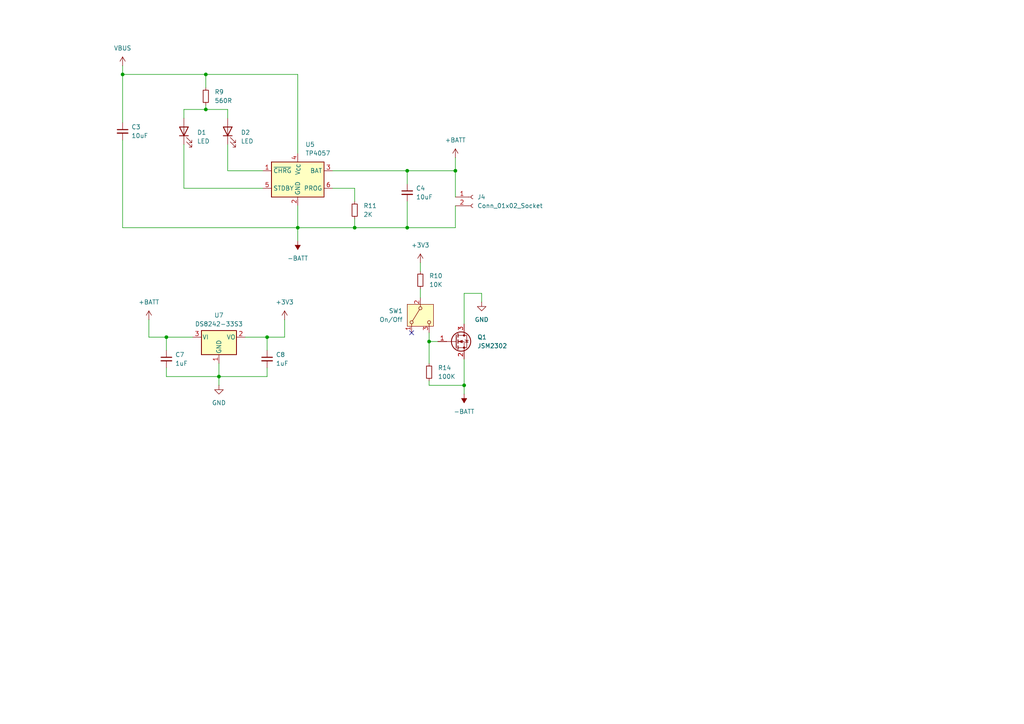
<source format=kicad_sch>
(kicad_sch (version 20231120) (generator "eeschema") (generator_version "8.0")
  (paper "A4")
  (lib_symbols
    (symbol "Battery_Management:TP4057"
      (property "Reference" "U" (at -6.35 6.604 0))
      (property "Value" "TP4057" (at 1.524 6.604 0))
      (symbol "TP4057_0_1"
        (rectangle (start -7.62 5.08) (end 7.62 -5.08) (stroke (width 0.254)) (fill (type background)))
      )
      (symbol "TP4057_1_1"
        (pin open_collector line (at -10.16 2.54 0) (length 2.54) (name "~{CHRG}") (number "1"))
        (pin power_in line (at 0 -7.62 90) (length 2.54) (name "GND") (number "2"))
        (pin power_out line (at 10.16 2.54 180) (length 2.54) (name "BAT") (number "3"))
        (pin power_in line (at 0 7.62 270) (length 2.54) (name "V_{CC}") (number "4"))
        (pin open_collector line (at -10.16 -2.54 0) (length 2.54) (name "STDBY") (number "5"))
        (pin passive line (at 10.16 -2.54 180) (length 2.54) (name "PROG") (number "6"))
      )
    )
    (symbol "Connector:Conn_01x02_Socket" (pin_names (offset 1.016) hide)
      (property "Reference" "J" (at 0 2.54 0))
      (property "Value" "Conn_01x02_Socket" (at 0 -5.08 0))
      (symbol "Conn_01x02_Socket_1_1"
        (arc (start 0 -2.032) (mid -0.5058 -2.54) (end 0 -3.048) (stroke (width 0.1524)))
        (polyline (pts (xy -1.27 -2.54) (xy -0.508 -2.54)) (stroke (width 0.1524)))
        (polyline (pts (xy -1.27 0) (xy -0.508 0)) (stroke (width 0.1524)))
        (arc (start 0 0.508) (mid -0.5058 0) (end 0 -0.508) (stroke (width 0.1524)))
        (pin passive line (at -5.08 0 0) (length 3.81) (name "Pin_1") (number "1"))
        (pin passive line (at -5.08 -2.54 0) (length 3.81) (name "Pin_2") (number "2"))
      )
    )
    (symbol "Device:C_Small" (pin_numbers hide) (pin_names (offset 0.254) hide)
      (property "Reference" "C" (at 0.254 1.778 0))
      (property "Value" "C_Small" (at 0.254 -2.032 0))
      (symbol "C_Small_0_1"
        (polyline (pts (xy -1.524 -0.508) (xy 1.524 -0.508)) (stroke (width 0.3302)))
        (polyline (pts (xy -1.524 0.508) (xy 1.524 0.508)) (stroke (width 0.3048)))
      )
      (symbol "C_Small_1_1"
        (pin passive line (at 0 2.54 270) (length 2.032) (name "~") (number "1"))
        (pin passive line (at 0 -2.54 90) (length 2.032) (name "~") (number "2"))
      )
    )
    (symbol "Device:LED" (pin_numbers hide) (pin_names (offset 1.016) hide)
      (property "Reference" "D" (at 0 2.54 0))
      (property "Value" "LED" (at 0 -2.54 0))
      (symbol "LED_0_1"
        (polyline (pts (xy -1.27 -1.27) (xy -1.27 1.27)) (stroke (width 0.254)))
        (polyline (pts (xy -1.27 0) (xy 1.27 0)))
        (polyline (pts (xy 1.27 -1.27) (xy 1.27 1.27) (xy -1.27 0) (xy 1.27 -1.27)) (stroke (width 0.254)))
        (polyline (pts (xy -3.048 -0.762) (xy -4.572 -2.286) (xy -3.81 -2.286) (xy -4.572 -2.286) (xy -4.572 -1.524)))
        (polyline (pts (xy -1.778 -0.762) (xy -3.302 -2.286) (xy -2.54 -2.286) (xy -3.302 -2.286) (xy -3.302 -1.524)))
      )
      (symbol "LED_1_1"
        (pin passive line (at -3.81 0 0) (length 2.54) (name "K") (number "1"))
        (pin passive line (at 3.81 0 180) (length 2.54) (name "A") (number "2"))
      )
    )
    (symbol "Device:R_Small" (pin_numbers hide) (pin_names (offset 0.254) hide)
      (property "Reference" "R" (at 0.762 0.508 0))
      (property "Value" "R_Small" (at 0.762 -1.016 0))
      (symbol "R_Small_0_1"
        (rectangle (start -0.762 1.778) (end 0.762 -1.778) (stroke (width 0.2032)))
      )
      (symbol "R_Small_1_1"
        (pin passive line (at 0 2.54 270) (length 0.762) (name "~") (number "1"))
        (pin passive line (at 0 -2.54 90) (length 0.762) (name "~") (number "2"))
      )
    )
    (symbol "Regulator_Linear:XC6206PxxxMR" (pin_names (offset 0.254))
      (property "Reference" "U" (at -3.81 3.175 0))
      (property "Value" "XC6206PxxxMR" (at 0 3.175 0))
      (symbol "XC6206PxxxMR_0_1"
        (rectangle (start -5.08 1.905) (end 5.08 -5.08) (stroke (width 0.254)) (fill (type background)))
      )
      (symbol "XC6206PxxxMR_1_1"
        (pin power_in line (at 0 -7.62 90) (length 2.54) (name "GND") (number "1"))
        (pin power_out line (at 7.62 0 180) (length 2.54) (name "VO") (number "2"))
        (pin power_in line (at -7.62 0 0) (length 2.54) (name "VI") (number "3"))
      )
    )
    (symbol "Switch:SW_SPDT" (pin_names (offset 0) hide)
      (property "Reference" "SW" (at 0 5.08 0))
      (property "Value" "SW_SPDT" (at 0 -5.08 0))
      (symbol "SW_SPDT_0_1"
        (circle (center -2.032 0) (radius 0.4572))
        (polyline (pts (xy -1.651 0.254) (xy 1.651 2.286)))
        (circle (center 2.032 -2.54) (radius 0.4572))
        (circle (center 2.032 2.54) (radius 0.4572))
      )
      (symbol "SW_SPDT_1_1"
        (rectangle (start -3.175 3.81) (end 3.175 -3.81) (fill (type background)))
        (pin passive line (at 5.08 2.54 180) (length 2.54) (name "A") (number "1"))
        (pin passive line (at -5.08 0 0) (length 2.54) (name "B") (number "2"))
        (pin passive line (at 5.08 -2.54 180) (length 2.54) (name "C") (number "3"))
      )
    )
    (symbol "Transistor_FET:DMN2041L" (pin_names hide)
      (property "Reference" "Q" (at 5.08 1.905 0))
      (property "Value" "DMN2041L" (at 5.08 0 0))
      (symbol "DMN2041L_0_1"
        (polyline (pts (xy 0.254 0) (xy -2.54 0)))
        (polyline (pts (xy 0.254 1.905) (xy 0.254 -1.905)) (stroke (width 0.254)))
        (polyline (pts (xy 0.762 -1.27) (xy 0.762 -2.286)) (stroke (width 0.254)))
        (polyline (pts (xy 0.762 0.508) (xy 0.762 -0.508)) (stroke (width 0.254)))
        (polyline (pts (xy 0.762 2.286) (xy 0.762 1.27)) (stroke (width 0.254)))
        (polyline (pts (xy 2.54 2.54) (xy 2.54 1.778)))
        (polyline (pts (xy 2.54 -2.54) (xy 2.54 0) (xy 0.762 0)))
        (polyline (pts (xy 0.762 -1.778) (xy 3.302 -1.778) (xy 3.302 1.778) (xy 0.762 1.778)))
        (polyline (pts (xy 1.016 0) (xy 2.032 0.381) (xy 2.032 -0.381) (xy 1.016 0)) (fill (type outline)))
        (polyline (pts (xy 2.794 0.508) (xy 2.921 0.381) (xy 3.683 0.381) (xy 3.81 0.254)))
        (polyline (pts (xy 3.302 0.381) (xy 2.921 -0.254) (xy 3.683 -0.254) (xy 3.302 0.381)))
        (circle (center 1.651 0) (radius 2.794) (stroke (width 0.254)))
        (circle (center 2.54 -1.778) (radius 0.254) (fill (type outline)))
        (circle (center 2.54 1.778) (radius 0.254) (fill (type outline)))
      )
      (symbol "DMN2041L_1_1"
        (pin input line (at -5.08 0 0) (length 2.54) (name "G") (number "1"))
        (pin passive line (at 2.54 -5.08 90) (length 2.54) (name "S") (number "2"))
        (pin passive line (at 2.54 5.08 270) (length 2.54) (name "D") (number "3"))
      )
    )
    (symbol "power:+3V3" (power) (pin_numbers hide) (pin_names (offset 0) hide)
      (property "Value" "+3V3" (at 0 3.556 0))
      (symbol "+3V3_0_1"
        (polyline (pts (xy -0.762 1.27) (xy 0 2.54)))
        (polyline (pts (xy 0 0) (xy 0 2.54)))
        (polyline (pts (xy 0 2.54) (xy 0.762 1.27)))
      )
      (symbol "+3V3_1_1"
        (pin power_in line (at 0 0 90) (length 0) (name "~") (number "1"))
      )
    )
    (symbol "power:+BATT" (power) (pin_numbers hide) (pin_names (offset 0) hide)
      (property "Value" "+BATT" (at 0 3.556 0))
      (symbol "+BATT_0_1"
        (polyline (pts (xy -0.762 1.27) (xy 0 2.54)))
        (polyline (pts (xy 0 0) (xy 0 2.54)))
        (polyline (pts (xy 0 2.54) (xy 0.762 1.27)))
      )
      (symbol "+BATT_1_1"
        (pin power_in line (at 0 0 90) (length 0) (name "~") (number "1"))
      )
    )
    (symbol "power:-BATT" (power) (pin_numbers hide) (pin_names (offset 0) hide)
      (property "Value" "-BATT" (at 0 3.556 0))
      (symbol "-BATT_0_1"
        (polyline (pts (xy 0 0) (xy 0 2.54)))
        (polyline (pts (xy 0.762 1.27) (xy -0.762 1.27) (xy 0 2.54) (xy 0.762 1.27)) (fill (type outline)))
      )
      (symbol "-BATT_1_1"
        (pin power_in line (at 0 0 90) (length 0) (name "~") (number "1"))
      )
    )
    (symbol "power:GND" (power) (pin_numbers hide) (pin_names (offset 0) hide)
      (property "Value" "GND" (at 0 -3.81 0))
      (symbol "GND_0_1"
        (polyline (pts (xy 0 0) (xy 0 -1.27) (xy 1.27 -1.27) (xy 0 -2.54) (xy -1.27 -1.27) (xy 0 -1.27)))
      )
      (symbol "GND_1_1"
        (pin power_in line (at 0 0 270) (length 0) (name "~") (number "1"))
      )
    )
    (symbol "power:VBUS" (power) (pin_numbers hide) (pin_names (offset 0) hide)
      (property "Value" "VBUS" (at 0 3.556 0))
      (symbol "VBUS_0_1"
        (polyline (pts (xy -0.762 1.27) (xy 0 2.54)))
        (polyline (pts (xy 0 0) (xy 0 2.54)))
        (polyline (pts (xy 0 2.54) (xy 0.762 1.27)))
      )
      (symbol "VBUS_1_1"
        (pin power_in line (at 0 0 90) (length 0) (name "~") (number "1"))
      )
    )
  )
  (junction (at 118.11 66.04))
  (junction (at 102.87 66.04))
  (junction (at 124.46 99.06))
  (junction (at 118.11 49.53))
  (junction (at 35.56 21.59))
  (junction (at 63.5 109.22))
  (junction (at 48.26 97.79))
  (junction (at 59.69 21.59))
  (junction (at 134.62 111.76))
  (junction (at 59.69 31.75))
  (junction (at 132.08 49.53))
  (junction (at 86.36 66.04))
  (junction (at 77.47 97.79))
  (no_connect (at 119.38 96.52))
  (wire (pts (xy 35.56 19.05) (xy 35.56 21.59)))
  (wire (pts (xy 59.69 30.48) (xy 59.69 31.75)))
  (wire (pts (xy 63.5 105.41) (xy 63.5 109.22)))
  (wire (pts (xy 134.62 85.09) (xy 134.62 93.98)))
  (wire (pts (xy 53.34 41.91) (xy 53.34 54.61)))
  (wire (pts (xy 132.08 59.69) (xy 132.08 66.04)))
  (wire (pts (xy 132.08 45.72) (xy 132.08 49.53)))
  (wire (pts (xy 86.36 66.04) (xy 86.36 69.85)))
  (wire (pts (xy 121.92 76.2) (xy 121.92 78.74)))
  (wire (pts (xy 102.87 66.04) (xy 118.11 66.04)))
  (wire (pts (xy 66.04 31.75) (xy 59.69 31.75)))
  (wire (pts (xy 43.18 92.71) (xy 43.18 97.79)))
  (wire (pts (xy 77.47 109.22) (xy 63.5 109.22)))
  (wire (pts (xy 48.26 106.68) (xy 48.26 109.22)))
  (wire (pts (xy 66.04 49.53) (xy 66.04 41.91)))
  (wire (pts (xy 48.26 97.79) (xy 55.88 97.79)))
  (wire (pts (xy 35.56 66.04) (xy 86.36 66.04)))
  (wire (pts (xy 35.56 21.59) (xy 59.69 21.59)))
  (wire (pts (xy 124.46 110.49) (xy 124.46 111.76)))
  (wire (pts (xy 48.26 109.22) (xy 63.5 109.22)))
  (wire (pts (xy 102.87 66.04) (xy 86.36 66.04)))
  (wire (pts (xy 139.7 85.09) (xy 134.62 85.09)))
  (wire (pts (xy 124.46 111.76) (xy 134.62 111.76)))
  (wire (pts (xy 134.62 111.76) (xy 134.62 114.3)))
  (wire (pts (xy 43.18 97.79) (xy 48.26 97.79)))
  (wire (pts (xy 59.69 21.59) (xy 59.69 25.4)))
  (wire (pts (xy 53.34 54.61) (xy 76.2 54.61)))
  (wire (pts (xy 59.69 31.75) (xy 53.34 31.75)))
  (wire (pts (xy 118.11 66.04) (xy 118.11 58.42)))
  (wire (pts (xy 127 99.06) (xy 124.46 99.06)))
  (wire (pts (xy 82.55 97.79) (xy 82.55 92.71)))
  (wire (pts (xy 66.04 34.29) (xy 66.04 31.75)))
  (wire (pts (xy 118.11 53.34) (xy 118.11 49.53)))
  (wire (pts (xy 77.47 106.68) (xy 77.47 109.22)))
  (wire (pts (xy 134.62 104.14) (xy 134.62 111.76)))
  (wire (pts (xy 124.46 99.06) (xy 124.46 96.52)))
  (wire (pts (xy 71.12 97.79) (xy 77.47 97.79)))
  (wire (pts (xy 132.08 49.53) (xy 118.11 49.53)))
  (wire (pts (xy 139.7 87.63) (xy 139.7 85.09)))
  (wire (pts (xy 118.11 49.53) (xy 96.52 49.53)))
  (wire (pts (xy 63.5 109.22) (xy 63.5 111.76)))
  (wire (pts (xy 35.56 40.64) (xy 35.56 66.04)))
  (wire (pts (xy 53.34 31.75) (xy 53.34 34.29)))
  (wire (pts (xy 102.87 63.5) (xy 102.87 66.04)))
  (wire (pts (xy 124.46 99.06) (xy 124.46 105.41)))
  (wire (pts (xy 86.36 66.04) (xy 86.36 59.69)))
  (wire (pts (xy 121.92 83.82) (xy 121.92 86.36)))
  (wire (pts (xy 76.2 49.53) (xy 66.04 49.53)))
  (wire (pts (xy 59.69 21.59) (xy 86.36 21.59)))
  (wire (pts (xy 86.36 44.45) (xy 86.36 21.59)))
  (wire (pts (xy 132.08 49.53) (xy 132.08 57.15)))
  (wire (pts (xy 35.56 35.56) (xy 35.56 21.59)))
  (wire (pts (xy 132.08 66.04) (xy 118.11 66.04)))
  (wire (pts (xy 77.47 97.79) (xy 82.55 97.79)))
  (wire (pts (xy 48.26 97.79) (xy 48.26 101.6)))
  (wire (pts (xy 102.87 54.61) (xy 102.87 58.42)))
  (wire (pts (xy 96.52 54.61) (xy 102.87 54.61)))
  (wire (pts (xy 77.47 97.79) (xy 77.47 101.6)))
  (symbol (lib_id "power:-BATT") (at 86.36 69.85 180) (unit 1)
    (property "Reference" "#PWR18" (effects (hide yes)))
    (property "Value" "-BATT" (at 86.36 74.93 0))
    (property "Description" "Power symbol creates a global label with name \"-BATT\"" (effects (hide yes)))
  )
  (symbol (lib_id "power:-BATT") (at 134.62 114.3 180) (unit 1)
    (property "Reference" "#PWR16" (effects (hide yes)))
    (property "Value" "-BATT" (at 134.62 119.38 0))
    (property "Description" "Power symbol creates a global label with name \"-BATT\"" (effects (hide yes)))
  )
  (symbol (lib_id "power:VBUS") (at 35.56 19.05 0) (unit 1)
    (property "Reference" "#PWR5" (effects (hide yes)))
    (property "Value" "VBUS" (at 35.56 13.97 0))
    (property "Description" "Power symbol creates a global label with name \"VBUS\"" (effects (hide yes)))
  )
  (symbol (lib_id "Device:C_Small") (at 35.56 38.1 0) (unit 1)
    (property "Reference" "C3" (at 38.1 36.8362 0) (effects (justify left)))
    (property "Value" "10uF" (at 38.1 39.3762 0) (effects (justify left)))
    (property "Footprint" "Capacitor_SMD:C_0603_1608Metric" (effects (hide yes)))
    (property "Description" "Unpolarized capacitor, small symbol" (effects (hide yes)))
    (property "LCSC" "C6119842" (effects (hide yes)))
  )
  (symbol (lib_id "power:+BATT") (at 43.18 92.71 0) (unit 1)
    (property "Reference" "#PWR11" (effects (hide yes)))
    (property "Value" "+BATT" (at 43.18 87.63 0))
    (property "Description" "Power symbol creates a global label with name \"+BATT\"" (effects (hide yes)))
  )
  (symbol (lib_id "Device:C_Small") (at 48.26 104.14 0) (unit 1)
    (property "Reference" "C7" (at 50.8 102.8762 0) (effects (justify left)))
    (property "Value" "1uF" (at 50.8 105.4162 0) (effects (justify left)))
    (property "Footprint" "Capacitor_SMD:C_0402_1005Metric" (effects (hide yes)))
    (property "Description" "Unpolarized capacitor, small symbol" (effects (hide yes)))
    (property "LCSC" "C14445" (effects (hide yes)))
  )
  (symbol (lib_id "power:+BATT") (at 132.08 45.72 0) (unit 1)
    (property "Reference" "#PWR4" (effects (hide yes)))
    (property "Value" "+BATT" (at 132.08 40.64 0))
    (property "Description" "Power symbol creates a global label with name \"+BATT\"" (effects (hide yes)))
  )
  (symbol (lib_id "Switch:SW_SPDT") (at 121.92 91.44 90) (mirror x) (unit 1)
    (property "Reference" "SW1" (at 116.84 90.1699 90) (effects (justify left)))
    (property "Value" "On/Off" (at 116.84 92.7099 90) (effects (justify left)))
    (property "Footprint" "Button_Switch_THT:SW_Slide_SPDT_Angled_CK_OS102011MA1Q" (effects (hide yes)))
    (property "Description" "Switch, single pole double throw" (effects (hide yes)))
    (property "Farnell" "1201431" (effects (hide yes)))
    (property "LCSC" "C226259" (effects (hide yes)))
  )
  (symbol (lib_id "Device:R_Small") (at 102.87 60.96 0) (unit 1)
    (property "Reference" "R11" (at 105.41 59.6899 0) (effects (justify left)))
    (property "Value" "2K" (at 105.41 62.2299 0) (effects (justify left)))
    (property "Footprint" "Resistor_SMD:R_0402_1005Metric" (effects (hide yes)))
    (property "Description" "Resistor, small symbol" (effects (hide yes)))
    (property "LCSC" "C4109" (effects (hide yes)))
  )
  (symbol (lib_id "Device:C_Small") (at 77.47 104.14 0) (unit 1)
    (property "Reference" "C8" (at 80.01 102.8762 0) (effects (justify left)))
    (property "Value" "1uF" (at 80.01 105.4162 0) (effects (justify left)))
    (property "Footprint" "Capacitor_SMD:C_0402_1005Metric" (effects (hide yes)))
    (property "Description" "Unpolarized capacitor, small symbol" (effects (hide yes)))
    (property "LCSC" "C14445" (effects (hide yes)))
  )
  (symbol (lib_id "Device:LED") (at 66.04 38.1 90) (unit 1)
    (property "Reference" "D2" (at 69.85 38.4174 90) (effects (justify right)))
    (property "Value" "LED" (at 69.85 40.9574 90) (effects (justify right)))
    (property "Footprint" "LED_SMD:LED_0402_1005Metric" (effects (hide yes)))
    (property "Description" "Light emitting diode" (effects (hide yes)))
  )
  (symbol (lib_id "power:GND") (at 139.7 87.63 0) (unit 1)
    (property "Reference" "#PWR17" (effects (hide yes)))
    (property "Value" "GND" (at 139.7 92.71 0))
    (property "Description" "Power symbol creates a global label with name \"GND\" , ground" (effects (hide yes)))
  )
  (symbol (lib_id "Battery_Management:TP4057") (at 86.36 52.07 0) (unit 1)
    (property "Reference" "U5" (at 88.5541 41.91 0) (effects (justify left)))
    (property "Value" "TP4057" (at 88.5541 44.45 0) (effects (justify left)))
    (property "Footprint" "Package_TO_SOT_SMD:TSOT-23-6" (effects (hide yes)))
    (property "Datasheet" "http://toppwr.com/uploadfile/file/20230304/640302a47b738.pdf" (effects (hide yes)))
    (property "Description" "Constant-current/constant-voltage linear charger for single cell lithium-ion batteries with 2.9V Trickle Charge, 4.5V to 6.5V VDD, -40 to +85 degree Celsius, TSOT-23-6" (effects (hide yes)))
    (property "LCSC" "C725791" (effects (hide yes)))
  )
  (symbol (lib_id "power:+3V3") (at 82.55 92.71 0) (unit 1)
    (property "Reference" "#PWR12" (effects (hide yes)))
    (property "Value" "+3V3" (at 82.55 87.63 0))
    (property "Description" "Power symbol creates a global label with name \"+3V3\"" (effects (hide yes)))
  )
  (symbol (lib_id "Transistor_FET:DMN2041L") (at 132.08 99.06 0) (unit 1)
    (property "Reference" "Q1" (at 138.43 97.7899 0) (effects (justify left)))
    (property "Value" "JSM2302" (at 138.43 100.3299 0) (effects (justify left)))
    (property "Footprint" "Package_TO_SOT_SMD:SOT-23" (effects (hide yes)))
    (property "Datasheet" "https://www.diodes.com/assets/Datasheets/products_inactive_data/DMN2041L.pdf" (effects (hide yes)))
    (property "Description" "6.4A Id, 20V Vds, N-Channel MOSFET, SOT-23" (effects (hide yes)))
    (property "LCSC" "C916403" (effects (hide yes)))
  )
  (symbol (lib_id "power:+3V3") (at 121.92 76.2 0) (unit 1)
    (property "Reference" "#PWR15" (effects (hide yes)))
    (property "Value" "+3V3" (at 121.92 71.12 0))
    (property "Description" "Power symbol creates a global label with name \"+3V3\"" (effects (hide yes)))
  )
  (symbol (lib_id "Device:C_Small") (at 118.11 55.88 0) (unit 1)
    (property "Reference" "C4" (at 120.65 54.6162 0) (effects (justify left)))
    (property "Value" "10uF" (at 120.65 57.1562 0) (effects (justify left)))
    (property "Footprint" "Capacitor_SMD:C_0603_1608Metric" (effects (hide yes)))
    (property "Description" "Unpolarized capacitor, small symbol" (effects (hide yes)))
    (property "LCSC" "C6119842" (effects (hide yes)))
  )
  (symbol (lib_id "Device:R_Small") (at 59.69 27.94 0) (unit 1)
    (property "Reference" "R9" (at 62.23 26.6699 0) (effects (justify left)))
    (property "Value" "560R" (at 62.23 29.2099 0) (effects (justify left)))
    (property "Footprint" "Resistor_SMD:R_0402_1005Metric" (effects (hide yes)))
    (property "Description" "Resistor, small symbol" (effects (hide yes)))
    (property "LCSC" "C163460" (effects (hide yes)))
  )
  (symbol (lib_id "power:GND") (at 63.5 111.76 0) (unit 1)
    (property "Reference" "#PWR10" (effects (hide yes)))
    (property "Value" "GND" (at 63.5 116.84 0))
    (property "Description" "Power symbol creates a global label with name \"GND\" , ground" (effects (hide yes)))
  )
  (symbol (lib_id "Device:R_Small") (at 124.46 107.95 0) (unit 1)
    (property "Reference" "R14" (at 127 106.6799 0) (effects (justify left)))
    (property "Value" "100K" (at 127 109.2199 0) (effects (justify left)))
    (property "Footprint" "Resistor_SMD:R_0402_1005Metric" (effects (hide yes)))
    (property "Description" "Resistor, small symbol" (effects (hide yes)))
  )
  (symbol (lib_id "Regulator_Linear:XC6206PxxxMR") (at 63.5 97.79 0) (unit 1)
    (property "Reference" "U7" (at 63.5 91.44 0))
    (property "Value" "DS8242-33S3" (at 63.5 93.98 0))
    (property "Footprint" "Package_TO_SOT_SMD:SOT-23-3" (effects (hide yes)))
    (property "Description" "Positive 60-250mA Low Dropout Regulator, Fixed Output, SOT-23" (effects (hide yes)))
    (property "LCSC" "C5884132" (effects (hide yes)))
  )
  (symbol (lib_id "Connector:Conn_01x02_Socket") (at 137.16 57.15 0) (unit 1)
    (property "Reference" "J4" (at 138.43 57.1499 0) (effects (justify left)))
    (property "Value" "Conn_01x02_Socket" (at 138.43 59.6899 0) (effects (justify left)))
    (property "Footprint" "Connector_JST:JST_PH_S2B-PH-SM4-TB_1x02-1MP_P2.00mm_Horizontal" (effects (hide yes)))
    (property "Description" "Generic connector, single row, 01x02, script generated" (effects (hide yes)))
  )
  (symbol (lib_id "Device:R_Small") (at 121.92 81.28 0) (unit 1)
    (property "Reference" "R10" (at 124.46 80.0099 0) (effects (justify left)))
    (property "Value" "10K" (at 124.46 82.5499 0) (effects (justify left)))
    (property "Footprint" "Resistor_SMD:R_0402_1005Metric" (effects (hide yes)))
    (property "Description" "Resistor, small symbol" (effects (hide yes)))
  )
  (symbol (lib_id "Device:LED") (at 53.34 38.1 90) (unit 1)
    (property "Reference" "D1" (at 57.15 38.4174 90) (effects (justify right)))
    (property "Value" "LED" (at 57.15 40.9574 90) (effects (justify right)))
    (property "Footprint" "LED_SMD:LED_0402_1005Metric" (effects (hide yes)))
    (property "Description" "Light emitting diode" (effects (hide yes)))
  )
)
</source>
